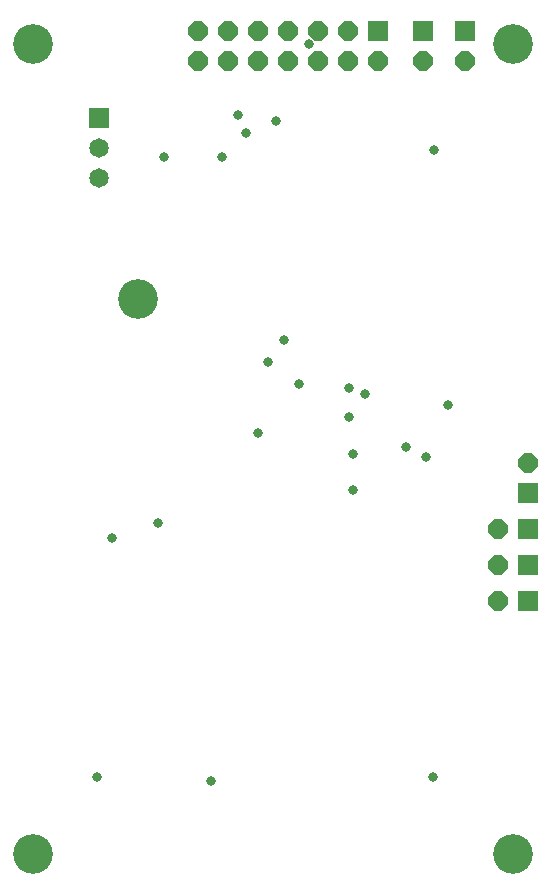
<source format=gbs>
G75*
%MOIN*%
%OFA0B0*%
%FSLAX24Y24*%
%IPPOS*%
%LPD*%
%AMOC8*
5,1,8,0,0,1.08239X$1,22.5*
%
%ADD10C,0.1320*%
%ADD11R,0.0651X0.0651*%
%ADD12C,0.0651*%
%ADD13OC8,0.0651*%
%ADD14C,0.0330*%
D10*
X001571Y001335D03*
X005071Y019835D03*
X001571Y028335D03*
X017571Y028335D03*
X017571Y001335D03*
D11*
X018081Y009750D03*
X018081Y010950D03*
X018081Y012150D03*
X018081Y013350D03*
X015981Y028750D03*
X014581Y028750D03*
X013081Y028750D03*
X003781Y025850D03*
D12*
X003781Y024850D03*
X003781Y023850D03*
D13*
X007081Y027750D03*
X007081Y028750D03*
X008081Y028750D03*
X008081Y027750D03*
X009081Y027750D03*
X009081Y028750D03*
X010081Y028750D03*
X010081Y027750D03*
X011081Y027750D03*
X011081Y028750D03*
X012081Y028750D03*
X012081Y027750D03*
X013081Y027750D03*
X014581Y027750D03*
X015981Y027750D03*
X018081Y014350D03*
X017081Y012150D03*
X017081Y010950D03*
X017081Y009750D03*
D14*
X014681Y014550D03*
X014006Y014900D03*
X012656Y016650D03*
X012106Y016875D03*
X012106Y015900D03*
X012231Y014650D03*
X012256Y013475D03*
X010456Y017000D03*
X009956Y018475D03*
X009406Y017725D03*
X009081Y015350D03*
X005756Y012350D03*
X004206Y011875D03*
X003706Y003900D03*
X007506Y003750D03*
X014906Y003900D03*
X015406Y016300D03*
X014956Y024800D03*
X010781Y028325D03*
X009681Y025775D03*
X008681Y025375D03*
X008391Y025950D03*
X007881Y024575D03*
X005956Y024575D03*
M02*

</source>
